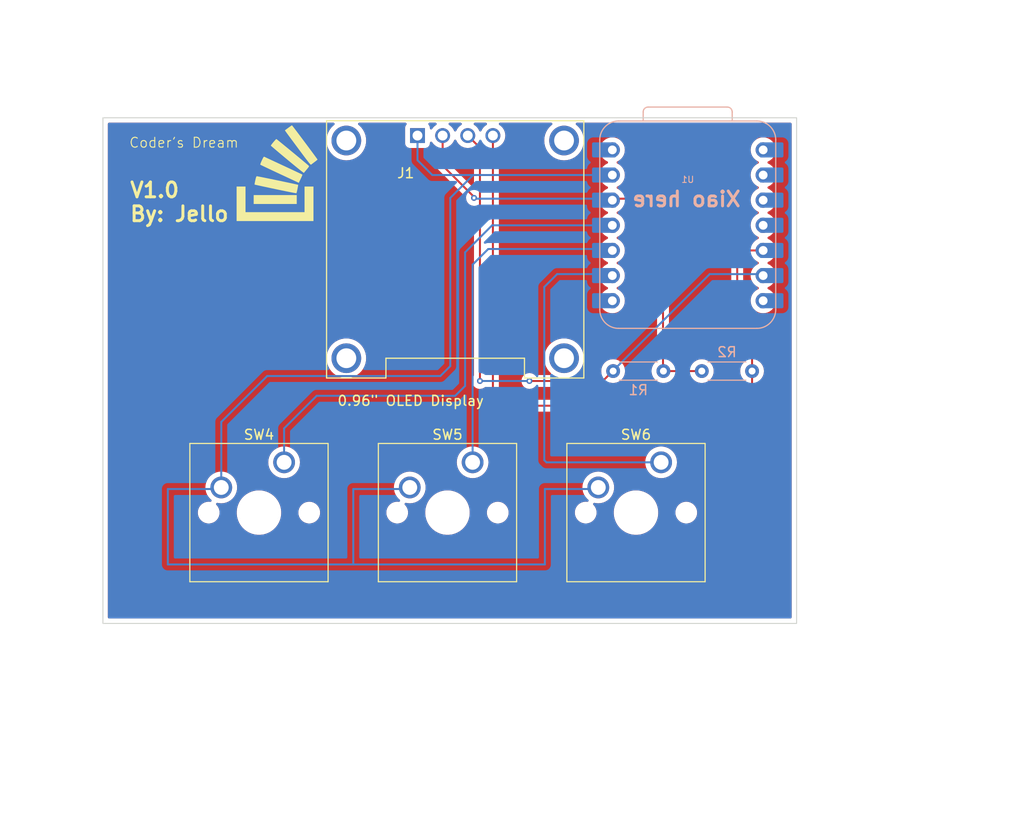
<source format=kicad_pcb>
(kicad_pcb (version 20240108) (generator "pcbnew") (generator_version "8.0")
  (layers (0 "F.Cu" signal) (31 "B.Cu" signal) (34 "B.Paste" user) (35 "F.Paste" user) (36 "B.SilkS" user "B.Silkscreen") (37 "F.SilkS" user "F.Silkscreen") (38 "B.Mask" user) (39 "F.Mask" user) (44 "Edge.Cuts" user))
  (net 0 "")
  (net 2 "SCL")
  (net 3 "+3.3V")
  (net 4 "SDA")
  (net 5 "GND")
  (net 6 "COL0")
  (net 7 "COL1")
  (net 8 "COL2")
  (net 9 "+5V")
  (footprint "Button_Switch_Keyboard:SW_Cherry_MX_1.00u_PCB" (layer "F.Cu") (at 92.71 109.22)
    (property "Reference" "SW4" (at -2.54 -2.794 0) (layer "F.SilkS"))
    (property "Value" "MX")
    (fp_line (start -9.525 -1.905) (end 4.445 -1.905) (stroke (width 0.12)) (layer "F.SilkS"))
    (fp_line (start -9.525 12.065) (end -9.525 -1.905) (stroke (width 0.12)) (layer "F.SilkS"))
    (fp_line (start 4.445 -1.905) (end 4.445 12.065) (stroke (width 0.12)) (layer "F.SilkS"))
    (fp_line (start 4.445 12.065) (end -9.525 12.065) (stroke (width 0.12)) (layer "F.SilkS"))
    (pad "" np_thru_hole circle (at -7.62 5.08) (size 1.7 1.7) (drill 1.7) (layers "*.Cu" "*.Mask"))
    (pad "" np_thru_hole circle (at -2.54 5.08) (size 4 4) (drill 4) (layers "*.Cu" "*.Mask"))
    (pad "" np_thru_hole circle (at 2.54 5.08) (size 1.7 1.7) (drill 1.7) (layers "*.Cu" "*.Mask"))
    (pad "1" thru_hole circle (at 0 0) (size 2.2 2.2) (drill 1.5) (layers "*.Cu" "*.Mask") (net 6 "COL0"))
    (pad "2" thru_hole circle (at -6.35 2.54) (size 2.2 2.2) (drill 1.5) (layers "*.Cu" "*.Mask") (net 5 "GND"))
  )
  (footprint "Button_Switch_Keyboard:SW_Cherry_MX_1.00u_PCB" (layer "F.Cu") (at 111.76 109.22)
    (property "Reference" "SW5" (at -2.54 -2.794 0) (layer "F.SilkS"))
    (property "Value" "MX")
    (fp_line (start -9.525 -1.905) (end 4.445 -1.905) (stroke (width 0.12)) (layer "F.SilkS"))
    (fp_line (start -9.525 12.065) (end -9.525 -1.905) (stroke (width 0.12)) (layer "F.SilkS"))
    (fp_line (start 4.445 -1.905) (end 4.445 12.065) (stroke (width 0.12)) (layer "F.SilkS"))
    (fp_line (start 4.445 12.065) (end -9.525 12.065) (stroke (width 0.12)) (layer "F.SilkS"))
    (pad "" np_thru_hole circle (at -7.62 5.08) (size 1.7 1.7) (drill 1.7) (layers "*.Cu" "*.Mask"))
    (pad "" np_thru_hole circle (at -2.54 5.08) (size 4 4) (drill 4) (layers "*.Cu" "*.Mask"))
    (pad "" np_thru_hole circle (at 2.54 5.08) (size 1.7 1.7) (drill 1.7) (layers "*.Cu" "*.Mask"))
    (pad "1" thru_hole circle (at 0 0) (size 2.2 2.2) (drill 1.5) (layers "*.Cu" "*.Mask") (net 7 "COL1"))
    (pad "2" thru_hole circle (at -6.35 2.54) (size 2.2 2.2) (drill 1.5) (layers "*.Cu" "*.Mask") (net 5 "GND"))
  )
  (footprint "Button_Switch_Keyboard:SW_Cherry_MX_1.00u_PCB" (layer "F.Cu") (at 130.81 109.22)
    (property "Reference" "SW6" (at -2.54 -2.794 0) (layer "F.SilkS"))
    (property "Value" "MX")
    (fp_line (start -9.525 -1.905) (end 4.445 -1.905) (stroke (width 0.12)) (layer "F.SilkS"))
    (fp_line (start -9.525 12.065) (end -9.525 -1.905) (stroke (width 0.12)) (layer "F.SilkS"))
    (fp_line (start 4.445 -1.905) (end 4.445 12.065) (stroke (width 0.12)) (layer "F.SilkS"))
    (fp_line (start 4.445 12.065) (end -9.525 12.065) (stroke (width 0.12)) (layer "F.SilkS"))
    (pad "" np_thru_hole circle (at -7.62 5.08) (size 1.7 1.7) (drill 1.7) (layers "*.Cu" "*.Mask"))
    (pad "" np_thru_hole circle (at -2.54 5.08) (size 4 4) (drill 4) (layers "*.Cu" "*.Mask"))
    (pad "" np_thru_hole circle (at 2.54 5.08) (size 1.7 1.7) (drill 1.7) (layers "*.Cu" "*.Mask"))
    (pad "1" thru_hole circle (at 0 0) (size 2.2 2.2) (drill 1.5) (layers "*.Cu" "*.Mask") (net 8 "COL2"))
    (pad "2" thru_hole circle (at -6.35 2.54) (size 2.2 2.2) (drill 1.5) (layers "*.Cu" "*.Mask") (net 5 "GND"))
  )
  (footprint "Library:Stack_over_2" (layer "F.Cu") (at 92 80)
    (property "Reference" "G***" (hide yes))
    (property "Value" "LOGO" (hide yes))
    (fp_poly (pts (xy 1.988479 2.663811) (xy 1.988479 3.114033) (xy -0.187592 3.114033) (xy -2.363663 3.114033) (xy -2.363663 2.663811) (xy -2.363663 2.21359) (xy -0.187592 2.21359) (xy 1.988479 2.21359)) (fill solid) (layer "F.SilkS"))
    (fp_poly (pts (xy -3.189069 2.645052) (xy -3.189069 3.939439) (xy -0.206351 3.939439) (xy 2.776367 3.939439) (xy 2.776367 2.645052) (xy 2.776367 1.350665) (xy 3.226588 1.350665) (xy 3.67681 1.350665) (xy 3.67681 3.095274) (xy 3.67681 4.839882) (xy -0.206351 4.839882) (xy -4.089512 4.839882) (xy -4.089512 3.095274) (xy -4.089512 1.350665) (xy -3.639291 1.350665) (xy -3.189069 1.350665)) (fill solid) (layer "F.SilkS"))
    (fp_poly (pts (xy -1.291074 -1.659334) (xy -1.28647 -1.657041) (xy -1.240618 -1.634935) (xy -1.133131 -1.584252) (xy -0.970444 -1.507994) (xy -0.758989 -1.409164) (xy -0.505199 -1.290765) (xy -0.21551 -1.155798) (xy 0.103647 -1.007266) (xy 0.445837 -0.848171) (xy 0.656573 -0.750267) (xy 1.007837 -0.586908) (xy 1.338599 -0.432672) (xy 1.642608 -0.290502) (xy 1.91361 -0.163341) (xy 2.145354 -0.054133) (xy 2.331587 0.034178) (xy 2.466056 0.098649) (xy 2.54251 0.136336) (xy 2.557995 0.144922) (xy 2.552574 0.185969) (xy 2.518975 0.28007) (xy 2.462727 0.413242) (xy 2.38936 0.5715) (xy 2.389162 0.57191) (xy 2.19483 0.974987) (xy 0.263347 0.073633) (xy -0.093267 -0.093068) (xy -0.429618 -0.250841) (xy -0.739533 -0.396753) (xy -1.016836 -0.527872) (xy -1.255353 -0.641265) (xy -1.448909 -0.733997) (xy -1.591331 -0.803137) (xy -1.676442 -0.845751) (xy -1.698891 -0.858477) (xy -1.695908 -0.90247) (xy -1.664953 -0.999351) (xy -1.611264 -1.134718) (xy -1.541618 -1.290884) (xy -1.45967 -1.462506) (xy -1.400577 -1.57521) (xy -1.357403 -1.638948) (xy -1.323214 -1.663671)) (fill solid) (layer "F.SilkS"))
    (fp_poly (pts (xy -2.012671 0.313604) (xy -1.902677 0.33317) (xy -1.735763 0.365) (xy -1.519976 0.407422) (xy -1.263364 0.458764) (xy -0.973974 0.517352) (xy -0.659856 0.581513) (xy -0.329055 0.649576) (xy 0.010378 0.719866) (xy 0.350397 0.790712) (xy 0.682954 0.86044) (xy 1.000001 0.927378) (xy 1.29349 0.989852) (xy 1.555373 1.046191) (xy 1.777602 1.094721) (xy 1.952129 1.133769) (xy 2.070907 1.161663) (xy 2.125888 1.17673) (xy 2.128585 1.178118) (xy 2.128206 1.219235) (xy 2.114298 1.315267) (xy 2.090567 1.448099) (xy 2.060719 1.599617) (xy 2.02846 1.751703) (xy 1.997495 1.886244) (xy 1.971531 1.985124) (xy 1.954272 2.030226) (xy 1.954269 2.03023) (xy 1.914531 2.026908) (xy 1.808013 2.009165) (xy 1.641303 1.978307) (xy 1.42099 1.935642) (xy 1.153665 1.882476) (xy 0.845915 1.820118) (xy 0.504329 1.749874) (xy 0.135498 1.673051) (xy -0.163804 1.61005) (xy -0.549077 1.528384) (xy -0.911972 1.451063) (xy -1.24592 1.379515) (xy -1.544352 1.315166) (xy -1.800698 1.259442) (xy -2.008388 1.21377) (xy -2.160854 1.179576) (xy -2.251526 1.158287) (xy -2.275104 1.151582) (xy -2.273889 1.111006) (xy -2.258924 1.012616) (xy -2.232823 0.871829) (xy -2.203281 0.727761) (xy -2.157294 0.528917) (xy -2.117866 0.397423) (xy -2.082521 0.326136) (xy -2.057696 0.307976)) (fill solid) (layer "F.SilkS"))
    (fp_poly (pts (xy -0.039598 -3.428553) (xy 0.044587 -3.362598) (xy 0.17376 -3.259055) (xy 0.341592 -3.123148) (xy 0.541752 -2.960097) (xy 0.767908 -2.775125) (xy 1.013732 -2.573454) (xy 1.272892 -2.360306) (xy 1.539058 -2.140903) (xy 1.805898 -1.920468) (xy 2.067084 -1.704223) (xy 2.316284 -1.49739) (xy 2.547168 -1.30519) (xy 2.753405 -1.132846) (xy 2.928664 -0.98558) (xy 3.066616 -0.868615) (xy 3.16093 -0.787172) (xy 3.19693 -0.754724) (xy 3.221832 -0.724424) (xy 3.225314 -0.688997) (xy 3.201114 -0.636576) (xy 3.142965 -0.555297) (xy 3.044604 -0.433296) (xy 2.996537 -0.375184) (xy 2.887113 -0.243606) (xy 2.794605 -0.132997) (xy 2.729972 -0.056421) (xy 2.705446 -0.028173) (xy 2.672591 -0.046328) (xy 2.587458 -0.108569) (xy 2.455234 -0.210734) (xy 2.281108 -0.348655) (xy 2.070266 -0.518169) (xy 1.827895 -0.71511) (xy 1.559184 -0.935314) (xy 1.26932 -1.174615) (xy 1.029917 -1.373481) (xy 0.726847 -1.626307) (xy 0.441352 -1.865251) (xy 0.1786 -2.085935) (xy -0.056239 -2.283979) (xy -0.257998 -2.455007) (xy -0.421508 -2.594639) (xy -0.541602 -2.698498) (xy -0.613111 -2.762207) (xy -0.63182 -2.781165) (xy -0.614281 -2.822171) (xy -0.557867 -2.904056) (xy -0.474527 -3.012497) (xy -0.376211 -3.13317) (xy -0.274867 -3.251749) (xy -0.182446 -3.353912) (xy -0.110895 -3.425334) (xy -0.072463 -3.451698)) (fill solid) (layer "F.SilkS"))
    (fp_poly (pts (xy 1.528397 -4.810784) (xy 1.594198 -4.727829) (xy 1.694857 -4.597521) (xy 1.825519 -4.426365) (xy 1.981326 -4.220866) (xy 2.15742 -3.987529) (xy 2.348944 -3.732859) (xy 2.551041 -3.463362) (xy 2.758853 -3.185542) (xy 2.967523 -2.905904) (xy 3.172195 -2.630953) (xy 3.36801 -2.367195) (xy 3.550111 -2.121134) (xy 3.71364 -1.899276) (xy 3.853742 -1.708126) (xy 3.965557 -1.554187) (xy 4.04423 -1.443967) (xy 4.084901 -1.383969) (xy 4.089513 -1.375049) (xy 4.06142 -1.345189) (xy 3.985561 -1.281157) (xy 3.874562 -1.193309) (xy 3.779985 -1.121137) (xy 3.645788 -1.020108) (xy 3.531379 -0.933878) (xy 3.451798 -0.873786) (xy 3.425406 -0.85376) (xy 3.396625 -0.864381) (xy 3.337932 -0.920503) (xy 3.246993 -1.024985) (xy 3.121476 -1.180691) (xy 2.959046 -1.390481) (xy 2.757371 -1.657216) (xy 2.617345 -1.844722) (xy 2.284793 -2.291719) (xy 1.994344 -2.682296) (xy 1.743254 -3.020192) (xy 1.528775 -3.309148) (xy 1.348161 -3.552901) (xy 1.198667 -3.755192) (xy 1.077548 -3.91976) (xy 0.982056 -4.050343) (xy 0.909446 -4.15068) (xy 0.856972 -4.224512) (xy 0.821889 -4.275577) (xy 0.801449 -4.307614) (xy 0.792908 -4.324363) (xy 0.792788 -4.329261) (xy 0.888212 -4.403295) (xy 1.009563 -4.494197) (xy 1.142476 -4.591628) (xy 1.272585 -4.685249) (xy 1.385526 -4.764723) (xy 1.466933 -4.819712) (xy 1.502314 -4.839882)) (fill solid) (layer "F.SilkS"))
  )
  (footprint "OptoDevice:MODULE_DM-OLED096-636" (layer "F.Cu") (at 110 87.7)
    (property "Reference" "J1" (at -5 -7.7 0) (layer "F.SilkS"))
    (property "Value" "0.96\" OLED Display" (at -4.5 15.3 0) (layer "F.SilkS"))
    (fp_line (start -13 -13) (end 13 -13) (stroke (width 0.127)) (layer "F.SilkS"))
    (fp_line (start -13 13) (end -13 -13) (stroke (width 0.127)) (layer "F.SilkS"))
    (fp_line (start -7 11) (end -7 13) (stroke (width 0.127)) (layer "F.SilkS"))
    (fp_line (start -7 13) (end -13 13) (stroke (width 0.127)) (layer "F.SilkS"))
    (fp_line (start 7 11) (end -7 11) (stroke (width 0.127)) (layer "F.SilkS"))
    (fp_line (start 7 13) (end 7 11) (stroke (width 0.127)) (layer "F.SilkS"))
    (fp_line (start 13 -13) (end 13 13) (stroke (width 0.127)) (layer "F.SilkS"))
    (fp_line (start 13 13) (end 7 13) (stroke (width 0.127)) (layer "F.SilkS"))
    (pad "1" thru_hole rect (at -3.81 -11.5) (size 1.508 1.508) (drill 1) (layers "*.Cu" "*.Mask") (net 5 "GND"))
    (pad "2" thru_hole circle (at -1.27 -11.5) (size 1.508 1.508) (drill 1) (layers "*.Cu" "*.Mask") (net 3 "+3.3V"))
    (pad "3" thru_hole circle (at 1.27 -11.5) (size 1.508 1.508) (drill 1) (layers "*.Cu" "*.Mask") (net 2 "SCL"))
    (pad "4" thru_hole circle (at 3.81 -11.5) (size 1.508 1.508) (drill 1) (layers "*.Cu" "*.Mask") (net 4 "SDA"))
    (pad "S1" thru_hole circle (at -11 -11) (size 3 3) (drill 2) (layers "*.Cu" "*.Mask"))
    (pad "S2" thru_hole circle (at 11 -11) (size 3 3) (drill 2) (layers "*.Cu" "*.Mask"))
    (pad "S3" thru_hole circle (at 11 11) (size 3 3) (drill 2) (layers "*.Cu" "*.Mask"))
    (pad "S4" thru_hole circle (at -11 11) (size 3 3) (drill 2) (layers "*.Cu" "*.Mask"))
  )
  (footprint "OPL:XIAO-RP2040-DIP" (layer "B.Cu") (at 133.5 85.2685 180)
    (property "Reference" "U1" (at 0 4.62 0) (layer "B.SilkS") (effects (font (size 0.635 0.635) (thickness 0.1016)) (justify mirror)))
    (property "Value" "XIAO-RP2040-DIP")
    (fp_line (start 8.89 8.636) (end 8.89 -8.509) (stroke (width 0.127)) (layer "B.SilkS"))
    (fp_line (start 6.985 -10.414) (end -6.985 -10.414) (stroke (width 0.127)) (layer "B.SilkS"))
    (fp_line (start 4.504 10.541) (end 4.504 11.451) (stroke (width 0.127)) (layer "B.SilkS"))
    (fp_line (start 4.004 11.951) (end -3.991272 11.951) (stroke (width 0.127)) (layer "B.SilkS"))
    (fp_line (start -4.491272 11.451272) (end -4.495 10.541) (stroke (width 0.127)) (layer "B.SilkS"))
    (fp_line (start -6.985 10.541) (end 6.985 10.541) (stroke (width 0.1)) (layer "B.SilkS"))
    (fp_line (start -6.985 10.541) (end 6.985 10.541) (stroke (width 0.127)) (layer "B.SilkS"))
    (fp_line (start -8.89 8.636) (end -8.89 -8.509) (stroke (width 0.127)) (layer "B.SilkS"))
    (fp_arc (start 8.89 8.636) (mid 8.332038 9.983038) (end 6.985 10.541) (stroke (width 0.127)) (layer "B.SilkS"))
    (fp_arc (start 6.985 -10.414) (mid 8.332038 -9.856038) (end 8.89 -8.509) (stroke (width 0.127)) (layer "B.SilkS"))
    (fp_arc (start 4.504 11.451) (mid 4.357553 11.804553) (end 4.004 11.951) (stroke (width 0.127)) (layer "B.SilkS"))
    (fp_arc (start -3.991272 11.951) (mid -4.344724 11.804644) (end -4.491272 11.451272) (stroke (width 0.127)) (layer "B.SilkS"))
    (fp_arc (start -6.985 10.541) (mid -8.332038 9.983038) (end -8.89 8.636) (stroke (width 0.127)) (layer "B.SilkS"))
    (fp_arc (start -8.89 -8.509) (mid -8.332038 -9.856038) (end -6.985 -10.414) (stroke (width 0.127)) (layer "B.SilkS"))
    (pad "1" smd roundrect (at -8.455 7.62) (size 2.432 1.524) (layers "B.Cu" "B.Mask") (roundrect_rratio 0.1))
    (pad "1" thru_hole circle (at -7.62 7.62) (size 1.524 1.524) (drill 0.889) (layers "*.Cu" "*.Mask"))
    (pad "2" smd roundrect (at -8.455 5.08) (size 2.432 1.524) (layers "B.Cu" "B.Mask") (roundrect_rratio 0.1))
    (pad "2" thru_hole circle (at -7.62 5.08) (size 1.524 1.524) (drill 0.889) (layers "*.Cu" "*.Mask"))
    (pad "3" smd roundrect (at -8.455 2.54) (size 2.432 1.524) (layers "B.Cu" "B.Mask") (roundrect_rratio 0.1))
    (pad "3" thru_hole circle (at -7.62 2.54) (size 1.524 1.524) (drill 0.889) (layers "*.Cu" "*.Mask"))
    (pad "4" smd roundrect (at -8.455 0) (size 2.432 1.524) (layers "B.Cu" "B.Mask") (roundrect_rratio 0.1))
    (pad "4" thru_hole circle (at -7.62 0) (size 1.524 1.524) (drill 0.889) (layers "*.Cu" "*.Mask"))
    (pad "5" smd roundrect (at -8.455 -2.54) (size 2.432 1.524) (layers "B.Cu" "B.Mask") (roundrect_rratio 0.1) (net 4 "SDA"))
    (pad "5" thru_hole circle (at -7.62 -2.54) (size 1.524 1.524) (drill 0.889) (layers "*.Cu" "*.Mask") (net 4 "SDA"))
    (pad "6" smd roundrect (at -8.455 -5.08) (size 2.432 1.524) (layers "B.Cu" "B.Mask") (roundrect_rratio 0.1) (net 2 "SCL"))
    (pad "6" thru_hole circle (at -7.62 -5.08) (size 1.524 1.524) (drill 0.889) (layers "*.Cu" "*.Mask") (net 2 "SCL"))
    (pad "7" smd roundrect (at -8.455 -7.62) (size 2.432 1.524) (layers "B.Cu" "B.Mask") (roundrect_rratio 0.1))
    (pad "7" thru_hole circle (at -7.62 -7.62) (size 1.524 1.524) (drill 0.889) (layers "*.Cu" "*.Mask"))
    (pad "8" thru_hole circle (at 7.62 -7.62 180) (size 1.524 1.524) (drill 0.889) (layers "*.Cu" "*.Mask"))
    (pad "8" smd roundrect (at 8.455 -7.62 180) (size 2.432 1.524) (layers "B.Cu" "B.Mask") (roundrect_rratio 0.1))
    (pad "9" thru_hole circle (at 7.62 -5.08 180) (size 1.524 1.524) (drill 0.889) (layers "*.Cu" "*.Mask") (net 8 "COL2"))
    (pad "9" smd roundrect (at 8.455 -5.08 180) (size 2.432 1.524) (layers "B.Cu" "B.Mask") (roundrect_rratio 0.1) (net 8 "COL2"))
    (pad "10" thru_hole circle (at 7.62 -2.54 180) (size 1.524 1.524) (drill 0.889) (layers "*.Cu" "*.Mask") (net 7 "COL1"))
    (pad "10" smd roundrect (at 8.455 -2.54 180) (size 2.432 1.524) (layers "B.Cu" "B.Mask") (roundrect_rratio 0.1) (net 7 "COL1"))
    (pad "11" thru_hole circle (at 7.62 0 180) (size 1.524 1.524) (drill 0.889) (layers "*.Cu" "*.Mask") (net 6 "COL0"))
    (pad "11" smd roundrect (at 8.455 0 180) (size 2.432 1.524) (layers "B.Cu" "B.Mask") (roundrect_rratio 0.1) (net 6 "COL0"))
    (pad "12" thru_hole circle (at 7.62 2.54 180) (size 1.524 1.524) (drill 0.889) (layers "*.Cu" "*.Mask") (net 3 "+3.3V"))
    (pad "12" smd roundrect (at 8.455 2.54 180) (size 2.432 1.524) (layers "B.Cu" "B.Mask") (roundrect_rratio 0.1) (net 3 "+3.3V"))
    (pad "13" thru_hole circle (at 7.62 5.08 180) (size 1.524 1.524) (drill 0.889) (layers "*.Cu" "*.Mask") (net 5 "GND"))
    (pad "13" smd roundrect (at 8.455 5.08 180) (size 2.432 1.524) (layers "B.Cu" "B.Mask") (roundrect_rratio 0.1) (net 5 "GND"))
    (pad "14" thru_hole circle (at 7.62 7.62 180) (size 1.524 1.524) (drill 0.889) (layers "*.Cu" "*.Mask") (net 9 "+5V"))
    (pad "14" smd roundrect (at 8.455 7.62 180) (size 2.432 1.524) (layers "B.Cu" "B.Mask") (roundrect_rratio 0.1) (net 9 "+5V"))
  )
  (footprint "Resistor_THT:R_Axial_DIN0204_L3.6mm_D1.6mm_P5.08mm_Horizontal" (layer "B.Cu") (at 140 100 180)
    (property "Reference" "R2" (at 2.54 1.92 0) (layer "B.SilkS") (effects (justify mirror)))
    (property "Value" "4.7k")
    (fp_line (start 4.46 0.92) (end 0.62 0.92) (stroke (width 0.12)) (layer "B.SilkS"))
    (fp_line (start 4.46 -0.92) (end 0.62 -0.92) (stroke (width 0.12)) (layer "B.SilkS"))
    (pad "1" thru_hole circle (at 0 0 180) (size 1.4 1.4) (drill 0.7) (layers "*.Cu" "*.Mask") (net 4 "SDA"))
    (pad "2" thru_hole oval (at 5.08 0 180) (size 1.4 1.4) (drill 0.7) (layers "*.Cu" "*.Mask") (net 3 "+3.3V"))
  )
  (footprint "Resistor_THT:R_Axial_DIN0204_L3.6mm_D1.6mm_P5.08mm_Horizontal" (layer "B.Cu") (at 125.96 100)
    (property "Reference" "R1" (at 2.54 1.92 0) (layer "B.SilkS") (effects (justify mirror)))
    (property "Value" "4.7k")
    (fp_line (start 4.46 -0.92) (end 0.62 -0.92) (stroke (width 0.12)) (layer "B.SilkS"))
    (fp_line (start 4.46 0.92) (end 0.62 0.92) (stroke (width 0.12)) (layer "B.SilkS"))
    (pad "1" thru_hole circle (at 0 0) (size 1.4 1.4) (drill 0.7) (layers "*.Cu" "*.Mask") (net 2 "SCL"))
    (pad "2" thru_hole oval (at 5.08 0) (size 1.4 1.4) (drill 0.7) (layers "*.Cu" "*.Mask") (net 3 "+3.3V"))
  )
  (gr_rect (start 74.4 74.4) (end 144.5 125.5) (stroke (width 0.1)) (fill none) (layer "Edge.Cuts"))
  (gr_text "Xiao here" (at 139 83.5 0) (layer "B.SilkS") (effects (font (size 1.5 1.5) (thickness 0.3) (bold yes)) (justify left bottom mirror)))
  (gr_text "Coder's Dream" (at 77 77.5 0) (layer "F.SilkS") (effects (font (size 1 1) (thickness 0.1)) (justify left bottom)))
  (gr_text "V1.0\nBy: Jello" (at 77 85 0) (layer "F.SilkS") (effects (font (size 1.5 1.5) (thickness 0.3) (bold yes)) (justify left bottom)))
  (segment (start 112.5 77.43) (end 112.5 101) (width 0.2) (layer "F.Cu") (net 2))
  (segment (start 124.92 101) (end 125.92 100) (width 0.2) (layer "F.Cu") (net 2))
  (segment (start 111.27 76.2) (end 112.5 77.43) (width 0.2) (layer "F.Cu") (net 2))
  (segment (start 117.5 101) (end 124.92 101) (width 0.2) (layer "F.Cu") (net 2))
  (via (at 112.5 101) (size 0.6) (drill 0.3) (layers "F.Cu" "B.Cu") (net 2))
  (via (at 117.5 101) (size 0.6) (drill 0.3) (layers "F.Cu" "B.Cu") (net 2))
  (segment (start 135.72 90.2) (end 141.12 90.2) (width 0.2) (layer "B.Cu") (net 2))
  (segment (start 112.5 101) (end 117.5 101) (width 0.2) (layer "B.Cu") (net 2))
  (segment (start 125.92 100) (end 135.72 90.2) (width 0.2) (layer "B.Cu") (net 2))
  (segment (start 108.73 76.2) (end 108.73 79.23) (width 0.2) (layer "F.Cu") (net 3))
  (segment (start 131 83.5) (end 130.08 82.58) (width 0.2) (layer "F.Cu") (net 3))
  (segment (start 130.08 82.58) (end 125.88 82.58) (width 0.2) (layer "F.Cu") (net 3))
  (segment (start 108.73 79.23) (end 112 82.5) (width 0.2) (layer "F.Cu") (net 3))
  (segment (start 112 82.5) (end 111.9 82.5) (width 0.2) (layer "F.Cu") (net 3))
  (segment (start 131 100) (end 134.92 100) (width 0.2) (layer "F.Cu") (net 3))
  (segment (start 131 100) (end 131 83.5) (width 0.2) (layer "F.Cu") (net 3))
  (via (at 111.9 82.5) (size 0.6) (drill 0.3) (layers "F.Cu" "B.Cu") (net 3))
  (segment (start 111.9 82.5) (end 111.98 82.58) (width 0.2) (layer "B.Cu") (net 3))
  (segment (start 111.98 82.58) (end 125.88 82.58) (width 0.2) (layer "B.Cu") (net 3))
  (segment (start 138.5 103.5) (end 140 102) (width 0.2) (layer "F.Cu") (net 4))
  (segment (start 139.1915 87.8085) (end 141.12 87.8085) (width 0.2) (layer "F.Cu") (net 4))
  (segment (start 113.81 76.2) (end 113.81 102.31) (width 0.2) (layer "F.Cu") (net 4))
  (segment (start 140 100) (end 140 96) (width 0.2) (layer "F.Cu") (net 4))
  (segment (start 138.5 94.5) (end 138.5 88.5) (width 0.2) (layer "F.Cu") (net 4))
  (segment (start 113.81 102.31) (end 115 103.5) (width 0.2) (layer "F.Cu") (net 4))
  (segment (start 138.5 88.5) (end 139.1915 87.8085) (width 0.2) (layer "F.Cu") (net 4))
  (segment (start 140 96) (end 138.5 94.5) (width 0.2) (layer "F.Cu") (net 4))
  (segment (start 140 102) (end 140 100) (width 0.2) (layer "F.Cu") (net 4))
  (segment (start 115 103.5) (end 138.5 103.5) (width 0.2) (layer "F.Cu") (net 4))
  (segment (start 119.0625 111.91875) (end 119.0625 119.53875) (width 0.2) (layer "B.Cu") (net 5))
  (segment (start 86.20125 111.91875) (end 86.36 111.76) (width 0.2) (layer "B.Cu") (net 5))
  (segment (start 107.6885 80.1885) (end 111.8115 80.1885) (width 0.2) (layer "B.Cu") (net 5))
  (segment (start 105.25125 111.91875) (end 105.41 111.76) (width 0.2) (layer "B.Cu") (net 5))
  (segment (start 124.30125 111.91875) (end 124.46 111.76) (width 0.2) (layer "B.Cu") (net 5))
  (segment (start 99.7 111.91875) (end 105.25125 111.91875) (width 0.2) (layer "B.Cu") (net 5))
  (segment (start 80.9625 111.91875) (end 86.20125 111.91875) (width 0.2) (layer "B.Cu") (net 5))
  (segment (start 119.0625 111.91875) (end 124.30125 111.91875) (width 0.2) (layer "B.Cu") (net 5))
  (segment (start 86.36 111.76) (end 86.36 105.14) (width 0.2) (layer "B.Cu") (net 5))
  (segment (start 80.9625 111.91875) (end 80.9625 119.53875) (width 0.2) (layer "B.Cu") (net 5))
  (segment (start 108.5 100.5) (end 109.5 99.5) (width 0.2) (layer "B.Cu") (net 5))
  (segment (start 99.7 111.91875) (end 99.7 119.53875) (width 0.2) (layer "B.Cu") (net 5))
  (segment (start 91 100.5) (end 108.5 100.5) (width 0.2) (layer "B.Cu") (net 5))
  (segment (start 86.36 105.14) (end 91 100.5) (width 0.2) (layer "B.Cu") (net 5))
  (segment (start 106.19 78.69) (end 107.6885 80.1885) (width 0.2) (layer "B.Cu") (net 5))
  (segment (start 99.7 119.53875) (end 80.9625 119.53875) (width 0.2) (layer "B.Cu") (net 5))
  (segment (start 109.5 99.5) (end 109.5 82.5) (width 0.2) (layer "B.Cu") (net 5))
  (segment (start 119.0625 119.53875) (end 99.7 119.53875) (width 0.2) (layer "B.Cu") (net 5))
  (segment (start 111.8115 80.1885) (end 125.88 80.1885) (width 0.2) (layer "B.Cu") (net 5))
  (segment (start 106.19 76.2) (end 106.19 78.69) (width 0.2) (layer "B.Cu") (net 5))
  (segment (start 109.5 82.5) (end 111.8115 80.1885) (width 0.2) (layer "B.Cu") (net 5))
  (segment (start 113.7315 85.2685) (end 125.88 85.2685) (width 0.2) (layer "B.Cu") (net 6))
  (segment (start 111 101.5) (end 111 88) (width 0.2) (layer "B.Cu") (net 6))
  (segment (start 96 102.5) (end 110 102.5) (width 0.2) (layer "B.Cu") (net 6))
  (segment (start 92.71 109.22) (end 92.71 105.79) (width 0.2) (layer "B.Cu") (net 6))
  (segment (start 111 88) (end 113.7315 85.2685) (width 0.2) (layer "B.Cu") (net 6))
  (segment (start 92.71 105.79) (end 96 102.5) (width 0.2) (layer "B.Cu") (net 6))
  (segment (start 110 102.5) (end 111 101.5) (width 0.2) (layer "B.Cu") (net 6))
  (segment (start 111.76 109.22) (end 111.76 89.24) (width 0.2) (layer "B.Cu") (net 7))
  (segment (start 113.34 87.66) (end 125.88 87.66) (width 0.2) (layer "B.Cu") (net 7))
  (segment (start 111.76 89.24) (end 113.34 87.66) (width 0.2) (layer "B.Cu") (net 7))
  (segment (start 125.88 90.2) (end 120.3 90.2) (width 0.2) (layer "B.Cu") (net 8))
  (segment (start 119 91.5) (end 119 109) (width 0.2) (layer "B.Cu") (net 8))
  (segment (start 119.22 109.22) (end 130.81 109.22) (width 0.2) (layer "B.Cu") (net 8))
  (segment (start 120.3 90.2) (end 119 91.5) (width 0.2) (layer "B.Cu") (net 8))
  (segment (start 119 109) (end 119.22 109.22) (width 0.2) (layer "B.Cu") (net 8))
  (zone (net 0) (net_name "") (layers "F&B.Cu") (connect_pads (clearance 0.5)) (min_thickness 0.25) (fill yes (thermal_gap 0.5) (thermal_bridge_width 0.5) (island_removal_mode 1) (island_area_min 10))
    (polygon (pts (xy 75.5 62.5) (xy 64 99) (xy 73 146.5) (xy 165 137) (xy 167.5 65.5)))
  )
)
</source>
